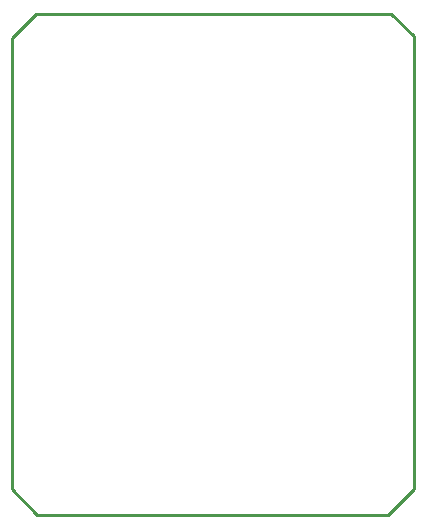
<source format=gko>
G04*
G04 #@! TF.GenerationSoftware,Altium Limited,Altium Designer,20.0.9 (164)*
G04*
G04 Layer_Color=16711935*
%FSLAX25Y25*%
%MOIN*%
G70*
G01*
G75*
%ADD10C,0.01000*%
D10*
X266500Y500500D02*
X385000D01*
X258500Y492500D02*
X266500Y500500D01*
X258500Y342000D02*
Y492500D01*
Y342000D02*
X267000Y333500D01*
X384000D01*
X392500Y342000D01*
Y342500D01*
Y493000D01*
X385000Y500500D02*
X392500Y493000D01*
M02*

</source>
